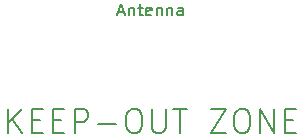
<source format=gbr>
%TF.GenerationSoftware,KiCad,Pcbnew,9.0.1*%
%TF.CreationDate,2025-05-10T22:15:22+02:00*%
%TF.ProjectId,Workcross-ReverseCam,576f726b-6372-46f7-9373-2d5265766572,rev?*%
%TF.SameCoordinates,Original*%
%TF.FileFunction,Other,Comment*%
%FSLAX46Y46*%
G04 Gerber Fmt 4.6, Leading zero omitted, Abs format (unit mm)*
G04 Created by KiCad (PCBNEW 9.0.1) date 2025-05-10 22:15:22*
%MOMM*%
%LPD*%
G01*
G04 APERTURE LIST*
%ADD10C,0.150000*%
G04 APERTURE END LIST*
D10*
X147288095Y-110699104D02*
X147764285Y-110699104D01*
X147192857Y-110984819D02*
X147526190Y-109984819D01*
X147526190Y-109984819D02*
X147859523Y-110984819D01*
X148192857Y-110318152D02*
X148192857Y-110984819D01*
X148192857Y-110413390D02*
X148240476Y-110365771D01*
X148240476Y-110365771D02*
X148335714Y-110318152D01*
X148335714Y-110318152D02*
X148478571Y-110318152D01*
X148478571Y-110318152D02*
X148573809Y-110365771D01*
X148573809Y-110365771D02*
X148621428Y-110461009D01*
X148621428Y-110461009D02*
X148621428Y-110984819D01*
X148954762Y-110318152D02*
X149335714Y-110318152D01*
X149097619Y-109984819D02*
X149097619Y-110841961D01*
X149097619Y-110841961D02*
X149145238Y-110937200D01*
X149145238Y-110937200D02*
X149240476Y-110984819D01*
X149240476Y-110984819D02*
X149335714Y-110984819D01*
X150050000Y-110937200D02*
X149954762Y-110984819D01*
X149954762Y-110984819D02*
X149764286Y-110984819D01*
X149764286Y-110984819D02*
X149669048Y-110937200D01*
X149669048Y-110937200D02*
X149621429Y-110841961D01*
X149621429Y-110841961D02*
X149621429Y-110461009D01*
X149621429Y-110461009D02*
X149669048Y-110365771D01*
X149669048Y-110365771D02*
X149764286Y-110318152D01*
X149764286Y-110318152D02*
X149954762Y-110318152D01*
X149954762Y-110318152D02*
X150050000Y-110365771D01*
X150050000Y-110365771D02*
X150097619Y-110461009D01*
X150097619Y-110461009D02*
X150097619Y-110556247D01*
X150097619Y-110556247D02*
X149621429Y-110651485D01*
X150526191Y-110318152D02*
X150526191Y-110984819D01*
X150526191Y-110413390D02*
X150573810Y-110365771D01*
X150573810Y-110365771D02*
X150669048Y-110318152D01*
X150669048Y-110318152D02*
X150811905Y-110318152D01*
X150811905Y-110318152D02*
X150907143Y-110365771D01*
X150907143Y-110365771D02*
X150954762Y-110461009D01*
X150954762Y-110461009D02*
X150954762Y-110984819D01*
X151430953Y-110318152D02*
X151430953Y-110984819D01*
X151430953Y-110413390D02*
X151478572Y-110365771D01*
X151478572Y-110365771D02*
X151573810Y-110318152D01*
X151573810Y-110318152D02*
X151716667Y-110318152D01*
X151716667Y-110318152D02*
X151811905Y-110365771D01*
X151811905Y-110365771D02*
X151859524Y-110461009D01*
X151859524Y-110461009D02*
X151859524Y-110984819D01*
X152764286Y-110984819D02*
X152764286Y-110461009D01*
X152764286Y-110461009D02*
X152716667Y-110365771D01*
X152716667Y-110365771D02*
X152621429Y-110318152D01*
X152621429Y-110318152D02*
X152430953Y-110318152D01*
X152430953Y-110318152D02*
X152335715Y-110365771D01*
X152764286Y-110937200D02*
X152669048Y-110984819D01*
X152669048Y-110984819D02*
X152430953Y-110984819D01*
X152430953Y-110984819D02*
X152335715Y-110937200D01*
X152335715Y-110937200D02*
X152288096Y-110841961D01*
X152288096Y-110841961D02*
X152288096Y-110746723D01*
X152288096Y-110746723D02*
X152335715Y-110651485D01*
X152335715Y-110651485D02*
X152430953Y-110603866D01*
X152430953Y-110603866D02*
X152669048Y-110603866D01*
X152669048Y-110603866D02*
X152764286Y-110556247D01*
X137957142Y-120927438D02*
X137957142Y-118927438D01*
X139099999Y-120927438D02*
X138242856Y-119784580D01*
X139099999Y-118927438D02*
X137957142Y-120070295D01*
X139957142Y-119879819D02*
X140623809Y-119879819D01*
X140909523Y-120927438D02*
X139957142Y-120927438D01*
X139957142Y-120927438D02*
X139957142Y-118927438D01*
X139957142Y-118927438D02*
X140909523Y-118927438D01*
X141766666Y-119879819D02*
X142433333Y-119879819D01*
X142719047Y-120927438D02*
X141766666Y-120927438D01*
X141766666Y-120927438D02*
X141766666Y-118927438D01*
X141766666Y-118927438D02*
X142719047Y-118927438D01*
X143576190Y-120927438D02*
X143576190Y-118927438D01*
X143576190Y-118927438D02*
X144338095Y-118927438D01*
X144338095Y-118927438D02*
X144528571Y-119022676D01*
X144528571Y-119022676D02*
X144623809Y-119117914D01*
X144623809Y-119117914D02*
X144719047Y-119308390D01*
X144719047Y-119308390D02*
X144719047Y-119594104D01*
X144719047Y-119594104D02*
X144623809Y-119784580D01*
X144623809Y-119784580D02*
X144528571Y-119879819D01*
X144528571Y-119879819D02*
X144338095Y-119975057D01*
X144338095Y-119975057D02*
X143576190Y-119975057D01*
X145576190Y-120165533D02*
X147100000Y-120165533D01*
X148433332Y-118927438D02*
X148814285Y-118927438D01*
X148814285Y-118927438D02*
X149004761Y-119022676D01*
X149004761Y-119022676D02*
X149195237Y-119213152D01*
X149195237Y-119213152D02*
X149290475Y-119594104D01*
X149290475Y-119594104D02*
X149290475Y-120260771D01*
X149290475Y-120260771D02*
X149195237Y-120641723D01*
X149195237Y-120641723D02*
X149004761Y-120832200D01*
X149004761Y-120832200D02*
X148814285Y-120927438D01*
X148814285Y-120927438D02*
X148433332Y-120927438D01*
X148433332Y-120927438D02*
X148242856Y-120832200D01*
X148242856Y-120832200D02*
X148052380Y-120641723D01*
X148052380Y-120641723D02*
X147957142Y-120260771D01*
X147957142Y-120260771D02*
X147957142Y-119594104D01*
X147957142Y-119594104D02*
X148052380Y-119213152D01*
X148052380Y-119213152D02*
X148242856Y-119022676D01*
X148242856Y-119022676D02*
X148433332Y-118927438D01*
X150147618Y-118927438D02*
X150147618Y-120546485D01*
X150147618Y-120546485D02*
X150242856Y-120736961D01*
X150242856Y-120736961D02*
X150338094Y-120832200D01*
X150338094Y-120832200D02*
X150528570Y-120927438D01*
X150528570Y-120927438D02*
X150909523Y-120927438D01*
X150909523Y-120927438D02*
X151099999Y-120832200D01*
X151099999Y-120832200D02*
X151195237Y-120736961D01*
X151195237Y-120736961D02*
X151290475Y-120546485D01*
X151290475Y-120546485D02*
X151290475Y-118927438D01*
X151957142Y-118927438D02*
X153099999Y-118927438D01*
X152528570Y-120927438D02*
X152528570Y-118927438D01*
X155100000Y-118927438D02*
X156433333Y-118927438D01*
X156433333Y-118927438D02*
X155100000Y-120927438D01*
X155100000Y-120927438D02*
X156433333Y-120927438D01*
X157576190Y-118927438D02*
X157957143Y-118927438D01*
X157957143Y-118927438D02*
X158147619Y-119022676D01*
X158147619Y-119022676D02*
X158338095Y-119213152D01*
X158338095Y-119213152D02*
X158433333Y-119594104D01*
X158433333Y-119594104D02*
X158433333Y-120260771D01*
X158433333Y-120260771D02*
X158338095Y-120641723D01*
X158338095Y-120641723D02*
X158147619Y-120832200D01*
X158147619Y-120832200D02*
X157957143Y-120927438D01*
X157957143Y-120927438D02*
X157576190Y-120927438D01*
X157576190Y-120927438D02*
X157385714Y-120832200D01*
X157385714Y-120832200D02*
X157195238Y-120641723D01*
X157195238Y-120641723D02*
X157100000Y-120260771D01*
X157100000Y-120260771D02*
X157100000Y-119594104D01*
X157100000Y-119594104D02*
X157195238Y-119213152D01*
X157195238Y-119213152D02*
X157385714Y-119022676D01*
X157385714Y-119022676D02*
X157576190Y-118927438D01*
X159290476Y-120927438D02*
X159290476Y-118927438D01*
X159290476Y-118927438D02*
X160433333Y-120927438D01*
X160433333Y-120927438D02*
X160433333Y-118927438D01*
X161385714Y-119879819D02*
X162052381Y-119879819D01*
X162338095Y-120927438D02*
X161385714Y-120927438D01*
X161385714Y-120927438D02*
X161385714Y-118927438D01*
X161385714Y-118927438D02*
X162338095Y-118927438D01*
M02*

</source>
